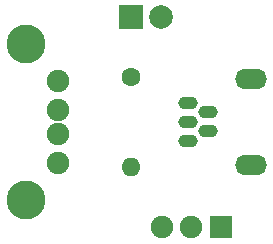
<source format=gbr>
%TF.GenerationSoftware,KiCad,Pcbnew,(5.1.9)-1*%
%TF.CreationDate,2021-04-10T11:30:51-04:00*%
%TF.ProjectId,PowerStripper,506f7765-7253-4747-9269-707065722e6b,v01*%
%TF.SameCoordinates,Original*%
%TF.FileFunction,Soldermask,Top*%
%TF.FilePolarity,Negative*%
%FSLAX46Y46*%
G04 Gerber Fmt 4.6, Leading zero omitted, Abs format (unit mm)*
G04 Created by KiCad (PCBNEW (5.1.9)-1) date 2021-04-10 11:30:51*
%MOMM*%
%LPD*%
G01*
G04 APERTURE LIST*
%ADD10C,2.000000*%
%ADD11R,2.000000X2.000000*%
%ADD12O,1.650000X1.100000*%
%ADD13O,2.700000X1.700000*%
%ADD14C,3.300000*%
%ADD15C,1.900000*%
%ADD16C,1.600000*%
%ADD17O,1.600000X1.600000*%
%ADD18R,1.900000X1.900000*%
G04 APERTURE END LIST*
D10*
%TO.C,D1*%
X130810000Y-100330000D03*
D11*
X128270000Y-100330000D03*
%TD*%
D12*
%TO.C,J1*%
X133075000Y-109220000D03*
X133075000Y-110820000D03*
X133075000Y-107620000D03*
X134825000Y-110020000D03*
X134825000Y-108420000D03*
D13*
X138400000Y-112870000D03*
X138400000Y-105570000D03*
%TD*%
D14*
%TO.C,J2*%
X119380000Y-102650000D03*
X119380000Y-115790000D03*
D15*
X122090000Y-105720000D03*
X122090000Y-108220000D03*
X122090000Y-110220000D03*
X122090000Y-112720000D03*
%TD*%
D16*
%TO.C,R1*%
X128270000Y-105410000D03*
D17*
X128270000Y-113030000D03*
%TD*%
D18*
%TO.C,S1*%
X135890000Y-118110000D03*
D15*
X133390000Y-118110000D03*
X130890000Y-118110000D03*
%TD*%
M02*

</source>
